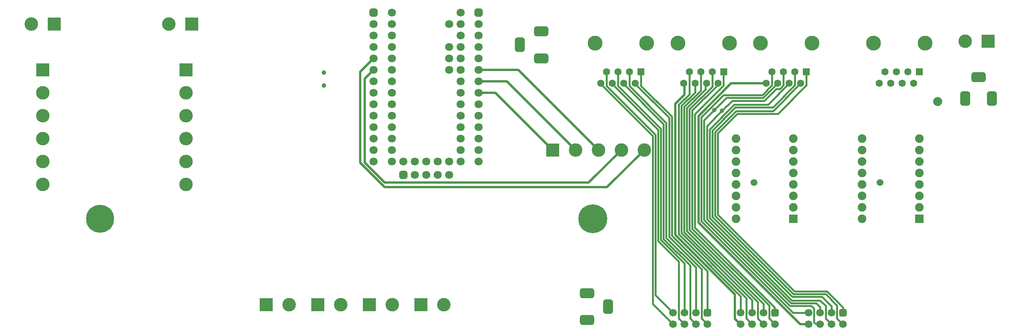
<source format=gbr>
%TF.GenerationSoftware,Altium Limited,Altium Designer,25.8.1 (18)*%
G04 Layer_Physical_Order=2*
G04 Layer_Color=36540*
%FSLAX45Y45*%
%MOMM*%
%TF.SameCoordinates,54162AFE-A5A8-4166-B9B9-F60AE772EB98*%
%TF.FilePolarity,Positive*%
%TF.FileFunction,Copper,L2,Inr,Signal*%
%TF.Part,Single*%
G01*
G75*
%TA.AperFunction,Conductor*%
%ADD11C,0.50000*%
%TA.AperFunction,ComponentPad*%
%ADD14C,1.80000*%
G04:AMPARAMS|DCode=15|XSize=1.8mm|YSize=1.8mm|CornerRadius=0.45mm|HoleSize=0mm|Usage=FLASHONLY|Rotation=0.000|XOffset=0mm|YOffset=0mm|HoleType=Round|Shape=RoundedRectangle|*
%AMROUNDEDRECTD15*
21,1,1.80000,0.90000,0,0,0.0*
21,1,0.90000,1.80000,0,0,0.0*
1,1,0.90000,0.45000,-0.45000*
1,1,0.90000,-0.45000,-0.45000*
1,1,0.90000,-0.45000,0.45000*
1,1,0.90000,0.45000,0.45000*
%
%ADD15ROUNDEDRECTD15*%
%ADD16C,3.30000*%
%ADD17R,1.60000X1.60000*%
%ADD18C,1.60000*%
G04:AMPARAMS|DCode=19|XSize=1.7mm|YSize=1.7mm|CornerRadius=0.425mm|HoleSize=0mm|Usage=FLASHONLY|Rotation=270.000|XOffset=0mm|YOffset=0mm|HoleType=Round|Shape=RoundedRectangle|*
%AMROUNDEDRECTD19*
21,1,1.70000,0.85000,0,0,270.0*
21,1,0.85000,1.70000,0,0,270.0*
1,1,0.85000,-0.42500,-0.42500*
1,1,0.85000,-0.42500,0.42500*
1,1,0.85000,0.42500,0.42500*
1,1,0.85000,0.42500,-0.42500*
%
%ADD19ROUNDEDRECTD19*%
%ADD20C,1.70000*%
G04:AMPARAMS|DCode=21|XSize=1.8mm|YSize=1.8mm|CornerRadius=0.45mm|HoleSize=0mm|Usage=FLASHONLY|Rotation=90.000|XOffset=0mm|YOffset=0mm|HoleType=Round|Shape=RoundedRectangle|*
%AMROUNDEDRECTD21*
21,1,1.80000,0.90000,0,0,90.0*
21,1,0.90000,1.80000,0,0,90.0*
1,1,0.90000,0.45000,0.45000*
1,1,0.90000,0.45000,-0.45000*
1,1,0.90000,-0.45000,-0.45000*
1,1,0.90000,-0.45000,0.45000*
%
%ADD21ROUNDEDRECTD21*%
G04:AMPARAMS|DCode=22|XSize=3.2mm|YSize=2.2mm|CornerRadius=0.55mm|HoleSize=0mm|Usage=FLASHONLY|Rotation=270.000|XOffset=0mm|YOffset=0mm|HoleType=Round|Shape=RoundedRectangle|*
%AMROUNDEDRECTD22*
21,1,3.20000,1.10000,0,0,270.0*
21,1,2.10000,2.20000,0,0,270.0*
1,1,1.10000,-0.55000,-1.05000*
1,1,1.10000,-0.55000,1.05000*
1,1,1.10000,0.55000,1.05000*
1,1,1.10000,0.55000,-1.05000*
%
%ADD22ROUNDEDRECTD22*%
G04:AMPARAMS|DCode=23|XSize=3.2mm|YSize=2.2mm|CornerRadius=0.55mm|HoleSize=0mm|Usage=FLASHONLY|Rotation=180.000|XOffset=0mm|YOffset=0mm|HoleType=Round|Shape=RoundedRectangle|*
%AMROUNDEDRECTD23*
21,1,3.20000,1.10000,0,0,180.0*
21,1,2.10000,2.20000,0,0,180.0*
1,1,1.10000,-1.05000,0.55000*
1,1,1.10000,1.05000,0.55000*
1,1,1.10000,1.05000,-0.55000*
1,1,1.10000,-1.05000,-0.55000*
%
%ADD23ROUNDEDRECTD23*%
%ADD24R,3.00000X3.00000*%
%ADD25C,3.00000*%
%ADD26R,3.00000X3.00000*%
%ADD27R,1.90000X1.90000*%
%ADD28C,1.90000*%
%TA.AperFunction,ViaPad*%
%ADD29C,1.00000*%
%ADD30C,1.50000*%
%ADD31C,2.00000*%
%ADD32C,6.40000*%
%ADD33C,6.20000*%
%TA.AperFunction,Conductor*%
%ADD34C,0.40000*%
D11*
X15300000Y7579203D02*
X16020798Y8300000D01*
X15300000Y5216462D02*
Y7579203D01*
Y5216462D02*
X17555463Y2961000D01*
X16020798Y8300000D02*
X16804601D01*
X17555463Y2961000D02*
X17738000D01*
X14787994Y4938467D02*
Y7844046D01*
X16108000Y3080406D02*
Y3618461D01*
X14787994Y4938467D02*
X16108000Y3618461D01*
X14969600Y8300000D02*
X14990506Y8279094D01*
X16227406Y2961000D02*
X16238000D01*
X14990506Y8046557D02*
Y8279094D01*
X16108000Y3080406D02*
X16227406Y2961000D01*
X14787994Y7844046D02*
X14990506Y8046557D01*
X11303090Y8603000D02*
X13081090Y6825000D01*
X11049090Y8349000D02*
X12573090Y6825000D01*
X10796190Y8093900D02*
X12065090Y6825000D01*
X10425100Y8093900D02*
X10796190D01*
X10424000Y8603000D02*
X11303090D01*
X10424000Y8095000D02*
X10425100Y8093900D01*
X10424000Y8349000D02*
X11049090D01*
X7800000Y6543505D02*
X8343505Y6000000D01*
X13272090D01*
X14097090Y6825000D01*
X8342500Y6100000D02*
X12864090D01*
X13589090Y6825000D01*
X7900000Y6542500D02*
X8342500Y6100000D01*
X7800000Y8557000D02*
X8100000Y8857000D01*
X7800000Y6543505D02*
Y8557000D01*
X7900000Y8403000D02*
X8100000Y8603000D01*
X7900000Y6542500D02*
Y8403000D01*
D14*
X10424000Y9111000D02*
D03*
Y9365000D02*
D03*
Y9619000D02*
D03*
Y8095000D02*
D03*
Y8349000D02*
D03*
Y8603000D02*
D03*
Y8857000D02*
D03*
Y7079000D02*
D03*
Y7333000D02*
D03*
Y7587000D02*
D03*
Y7841000D02*
D03*
Y6571000D02*
D03*
Y6825000D02*
D03*
X8100000D02*
D03*
Y6571000D02*
D03*
Y7841000D02*
D03*
Y7587000D02*
D03*
Y7333000D02*
D03*
Y7079000D02*
D03*
Y8857000D02*
D03*
Y8603000D02*
D03*
Y8349000D02*
D03*
Y8095000D02*
D03*
Y9619000D02*
D03*
Y9365000D02*
D03*
Y9111000D02*
D03*
X9770000Y6271000D02*
D03*
X9008000D02*
D03*
X9262000D02*
D03*
X9516000D02*
D03*
X8500000Y9873000D02*
D03*
Y9619000D02*
D03*
Y9365000D02*
D03*
Y9111000D02*
D03*
Y8857000D02*
D03*
Y8603000D02*
D03*
Y8349000D02*
D03*
Y8095000D02*
D03*
Y7841000D02*
D03*
Y7587000D02*
D03*
Y7333000D02*
D03*
Y7079000D02*
D03*
Y6825000D02*
D03*
Y6571000D02*
D03*
X8754000D02*
D03*
X9008000D02*
D03*
X9262000D02*
D03*
X9516000D02*
D03*
X9770000D02*
D03*
X10024000D02*
D03*
Y6825000D02*
D03*
Y7079000D02*
D03*
Y7333000D02*
D03*
Y7587000D02*
D03*
Y7841000D02*
D03*
Y8095000D02*
D03*
Y8349000D02*
D03*
Y8603000D02*
D03*
Y8857000D02*
D03*
Y9111000D02*
D03*
Y9365000D02*
D03*
Y9619000D02*
D03*
Y9873000D02*
D03*
X9770000Y9619000D02*
D03*
Y9111000D02*
D03*
Y8857000D02*
D03*
Y8603000D02*
D03*
D15*
X10424000Y9873000D02*
D03*
X8100000D02*
D03*
D16*
X15985600Y9189000D02*
D03*
X14842599D02*
D03*
X16677600Y9189000D02*
D03*
X17820599D02*
D03*
X13007600D02*
D03*
X14150600D02*
D03*
X19177600Y9189000D02*
D03*
X20320599D02*
D03*
D17*
X15858600Y8554000D02*
D03*
X17693600Y8554000D02*
D03*
X14023599D02*
D03*
X20193600Y8554000D02*
D03*
D18*
X15604601D02*
D03*
X15350600D02*
D03*
X15096600D02*
D03*
X15731599Y8300000D02*
D03*
X15477600D02*
D03*
X15223599D02*
D03*
X14969600D02*
D03*
X16804601Y8300000D02*
D03*
X17058600D02*
D03*
X17312601D02*
D03*
X17566600D02*
D03*
X16931599Y8554000D02*
D03*
X17185600D02*
D03*
X17439600D02*
D03*
X13134599Y8300000D02*
D03*
X13388600D02*
D03*
X13642599D02*
D03*
X13896600D02*
D03*
X13261600Y8554000D02*
D03*
X13515601D02*
D03*
X13769600D02*
D03*
X19304601Y8300000D02*
D03*
X19558600D02*
D03*
X19812601D02*
D03*
X20066600D02*
D03*
X19431599Y8554000D02*
D03*
X19685600D02*
D03*
X19939600D02*
D03*
D19*
X18500000Y3215000D02*
D03*
X17000000D02*
D03*
X15500000D02*
D03*
D20*
X18246001D02*
D03*
X18500000Y2961000D02*
D03*
X18246001D02*
D03*
X17992000Y3215000D02*
D03*
Y2961000D02*
D03*
X17738000Y3215000D02*
D03*
Y2961000D02*
D03*
X16238000D02*
D03*
Y3215000D02*
D03*
X16492000Y2961000D02*
D03*
Y3215000D02*
D03*
X16746001Y2961000D02*
D03*
X17000000D02*
D03*
X16746001Y3215000D02*
D03*
X14738000Y2961000D02*
D03*
Y3215000D02*
D03*
X14992000Y2961000D02*
D03*
Y3215000D02*
D03*
X15246001Y2961000D02*
D03*
X15500000D02*
D03*
X15246001Y3215000D02*
D03*
D21*
X8754000Y6271000D02*
D03*
D22*
X11341090Y9157000D02*
D03*
X21809090Y7968000D02*
D03*
X21209090D02*
D03*
X13297090Y3350000D02*
D03*
D23*
X11811090Y9457000D02*
D03*
Y8857000D02*
D03*
X21509090Y8438000D02*
D03*
X12827090Y3050000D02*
D03*
Y3650000D02*
D03*
D24*
X4064090Y9619000D02*
D03*
X1016000D02*
D03*
X21717090Y9238000D02*
D03*
X5715090Y3396000D02*
D03*
X9144090D02*
D03*
X8001090D02*
D03*
X6858090D02*
D03*
X12065090Y6825000D02*
D03*
D25*
X3556090Y9619000D02*
D03*
X508000D02*
D03*
X21209090Y9238000D02*
D03*
X6223090Y3396000D02*
D03*
X9652090D02*
D03*
X8509090D02*
D03*
X7366090D02*
D03*
X762090Y7079000D02*
D03*
Y7587000D02*
D03*
Y8095000D02*
D03*
Y6571000D02*
D03*
Y6063000D02*
D03*
X3937090Y7079000D02*
D03*
Y7587000D02*
D03*
Y8095000D02*
D03*
Y6571000D02*
D03*
Y6063000D02*
D03*
X13589090Y6825000D02*
D03*
X13081090D02*
D03*
X12573090D02*
D03*
X14097090D02*
D03*
D26*
X762090Y8603000D02*
D03*
X3937090D02*
D03*
D27*
X17399091Y5301000D02*
D03*
X20193089D02*
D03*
D28*
X17399091Y5555000D02*
D03*
Y5809000D02*
D03*
Y6063000D02*
D03*
Y6317000D02*
D03*
Y6571000D02*
D03*
Y6825000D02*
D03*
Y7079000D02*
D03*
X16129089Y5301000D02*
D03*
Y5555000D02*
D03*
Y5809000D02*
D03*
Y6063000D02*
D03*
Y6317000D02*
D03*
Y6571000D02*
D03*
Y6825000D02*
D03*
Y7079000D02*
D03*
X20193089Y5555000D02*
D03*
Y5809000D02*
D03*
Y6063000D02*
D03*
Y6317000D02*
D03*
Y6571000D02*
D03*
Y6825000D02*
D03*
Y7079000D02*
D03*
X18923090Y5301000D02*
D03*
Y5555000D02*
D03*
Y5809000D02*
D03*
Y6063000D02*
D03*
Y6317000D02*
D03*
Y6571000D02*
D03*
Y6825000D02*
D03*
Y7079000D02*
D03*
D29*
X15650000Y7710000D02*
D03*
X15822501Y7692500D02*
D03*
X7000000Y8250000D02*
D03*
Y8538376D02*
D03*
D30*
X16529100Y6100000D02*
D03*
X19323100D02*
D03*
D31*
X20600000Y7900000D02*
D03*
D32*
X12954100Y5301000D02*
D03*
D33*
X2032100D02*
D03*
D34*
X15822501Y7692500D02*
X16047501Y7917500D01*
X15485001Y7355000D02*
X15822501Y7692500D01*
X17405148Y3627500D02*
X17526819D01*
X17380295Y3567500D02*
X17501965D01*
X15604999Y5342796D02*
Y5464467D01*
X15664999Y5367649D02*
X17405148Y3627500D01*
X15545000Y5317943D02*
Y7282500D01*
X15425000Y5268238D02*
X17323238Y3370000D01*
X15425000Y5268238D02*
Y7485000D01*
X15545000Y7282500D02*
X16093823Y7831324D01*
X15364999Y7552279D02*
X15851532Y8038811D01*
X15545000Y5317943D02*
X17372943Y3490000D01*
X16844482Y7831324D02*
X17312601Y8299442D01*
X15664999Y5367649D02*
Y5489320D01*
X17348090Y3430000D02*
X17907500D01*
X17393385Y3215000D02*
X17738000D01*
X15724998Y5392501D02*
Y7195147D01*
X16713116Y8038811D02*
X16931599Y8257295D01*
X15724998Y5392501D02*
X17430000Y3687500D01*
X18150000D01*
X17372943Y3490000D02*
X17995000D01*
X16093823Y7831324D02*
X16844482D01*
X16931599Y8257295D02*
Y8554000D01*
X15364999Y5243385D02*
Y7552279D01*
Y5243385D02*
X17393385Y3215000D01*
X15485001Y5293091D02*
Y7355000D01*
X17323238Y3370000D02*
X17802499D01*
X15485001Y5293091D02*
X17348090Y3430000D01*
X15604999Y5342796D02*
X17380295Y3567500D01*
X15851532Y8038811D02*
X16713116D01*
X17501965Y3567500D02*
X18034999D01*
X17526819Y3627500D02*
X18122501D01*
X15604999Y5464467D02*
Y7257647D01*
X15664999Y5489320D02*
Y7219999D01*
X16238000Y3215000D02*
Y3580385D01*
X14862502Y4955884D02*
X16238000Y3580385D01*
X14922501Y4980737D02*
X16363000Y3540237D01*
Y3090000D02*
Y3540237D01*
X16492000Y3215000D02*
Y3496090D01*
X14982501Y5005589D02*
X16492000Y3496090D01*
X16617000Y3090000D02*
Y3455942D01*
X15042500Y5030442D02*
X16617000Y3455942D01*
X14863530Y3089470D02*
Y4346745D01*
X14407091Y4803185D02*
X14863530Y4346745D01*
X15371001Y3090000D02*
Y4178685D01*
X14922501Y4980737D02*
Y7801776D01*
X14407091Y4803185D02*
Y7270558D01*
X14527089Y4852891D02*
Y7401369D01*
X15117000Y3090000D02*
Y4262980D01*
X14707089Y4927449D02*
X15500000Y4134538D01*
X14587090Y4877743D02*
X15246001Y4218833D01*
X14982501Y5005589D02*
Y7776923D01*
X15042500Y5030442D02*
Y7752071D01*
X14647089Y4902596D02*
Y7538059D01*
X15246001Y3215000D02*
Y4218833D01*
X14707089Y4927449D02*
Y7562911D01*
X14992000Y3154554D02*
Y4303128D01*
X14862502Y4955884D02*
Y7826628D01*
X15102499Y5055294D02*
Y7727218D01*
X14647089Y4902596D02*
X15371001Y4178685D01*
X15222501Y5105000D02*
X16990932Y3336568D01*
X15500000Y3215000D02*
Y4134538D01*
X14467088Y4828038D02*
X14992000Y4303128D01*
X15162500Y5080147D02*
X16871001Y3371647D01*
X15102499Y5055294D02*
X16746001Y3411795D01*
X15162500Y5080147D02*
Y7702365D01*
X15222501Y5105000D02*
Y7621195D01*
X14587090Y4877743D02*
Y7426221D01*
X14527089Y4852891D02*
X15117000Y4262980D01*
X14467088Y4828038D02*
Y7295411D01*
X16990932Y3224068D02*
X17000000Y3215000D01*
X16990932Y3224068D02*
Y3336568D01*
X16871001Y3090000D02*
Y3371647D01*
X16746001Y3215000D02*
Y3411795D01*
X15664999Y7219999D02*
X16130000Y7685000D01*
X15425000Y7485000D02*
X15650000Y7710000D01*
X15604999Y7257647D02*
X16118677Y7771324D01*
X15724998Y7195147D02*
X16154852Y7625000D01*
X15222501Y7621195D02*
X15851601Y8250294D01*
X14982501Y7776923D02*
X15350600Y8145023D01*
X15102499Y7727218D02*
X15604601Y8229318D01*
X15042500Y7752071D02*
X15454639Y8164209D01*
X14862502Y7826628D02*
X15096600Y8060728D01*
X14922501Y7801776D02*
X15223599Y8102875D01*
X15162500Y7702365D02*
X15731599Y8271465D01*
X15604601Y8229318D02*
Y8554000D01*
X15731599Y8271465D02*
Y8300000D01*
X15223599Y8102875D02*
Y8300000D01*
X15096600Y8060728D02*
Y8554000D01*
X15454639Y8164209D02*
Y8277039D01*
X15350600Y8145023D02*
Y8554000D01*
X14863530Y3089470D02*
X14992000Y2961000D01*
X14287090Y3411910D02*
Y7135558D01*
X13896600Y8288548D02*
X14647089Y7538059D01*
X13642599Y8285858D02*
X14527089Y7401369D01*
X13261600Y8245900D02*
X14347090Y7160410D01*
X13769600Y8243710D02*
X14587090Y7426221D01*
X13515601Y8246900D02*
X14467088Y7295411D01*
X14347090Y3605910D02*
Y7160410D01*
X14023599Y8246400D02*
X14707089Y7562911D01*
X13134599Y8288047D02*
X14287090Y7135558D01*
X13388600Y8289048D02*
X14407091Y7270558D01*
X15454639Y8277039D02*
X15477600Y8300000D01*
X14347090Y3605910D02*
X14738000Y3215000D01*
X14287090Y3411910D02*
X14738000Y2961000D01*
X15851601Y8250294D02*
Y8547000D01*
X15660001Y7720000D02*
X15918811Y7978811D01*
X16737968D01*
X15660001Y7710000D02*
Y7720000D01*
X17802499Y3370000D02*
X17863000Y3309500D01*
Y3003924D02*
Y3309500D01*
X17992000Y3215000D02*
Y3345500D01*
X17907500Y3430000D02*
X17992000Y3345500D01*
X18034999Y3567500D02*
X18246001Y3356500D01*
Y3215000D02*
Y3356500D01*
X18120000Y3087000D02*
Y3365000D01*
X17995000Y3490000D02*
X18120000Y3365000D01*
X18371001Y3090000D02*
Y3379000D01*
X18122501Y3627500D02*
X18371001Y3379000D01*
X18500000Y3215000D02*
Y3337500D01*
X18150000Y3687500D02*
X18500000Y3337500D01*
X17061307Y7625000D02*
X17693600Y8257295D01*
X16154852Y7625000D02*
X17061307D01*
X17693600Y8257295D02*
Y8554000D01*
X17566600Y8299442D02*
Y8300000D01*
X16952158Y7685000D02*
X17566600Y8299442D01*
X16130000Y7685000D02*
X16952158D01*
X17439600Y8257295D02*
Y8554000D01*
X16953629Y7771324D02*
X17439600Y8257295D01*
X16118677Y7771324D02*
X16953629D01*
X17185600Y8257295D02*
Y8554000D01*
X16047501Y7917500D02*
X16761511D01*
X17024011Y8180000D02*
X17108305D01*
X16761511Y7917500D02*
X17024011Y8180000D01*
X17108305D02*
X17185600Y8257295D01*
X16737968Y7978811D02*
X17058600Y8299442D01*
X17312601D02*
Y8300000D01*
X17886432Y2980492D02*
X17972508D01*
X17992000Y2961000D01*
X17863000Y3003924D02*
X17886432Y2980492D01*
X17058600Y8299442D02*
Y8300000D01*
X16871001Y3090000D02*
X17000000Y2961000D01*
X15851601Y8547000D02*
X15858600Y8554000D01*
X18371001Y3090000D02*
X18500000Y2961000D01*
X18120000Y3087000D02*
X18246001Y2961000D01*
X15371001Y3090000D02*
X15500000Y2961000D01*
X13388600Y8289048D02*
Y8300000D01*
X13134599Y8288047D02*
Y8300000D01*
X13642599Y8285858D02*
Y8300000D01*
X13896600Y8288548D02*
Y8300000D01*
X16363000Y3090000D02*
X16492000Y2961000D01*
X16617000Y3090000D02*
X16746001Y2961000D01*
X13261600Y8245900D02*
Y8554000D01*
X13515601Y8246900D02*
Y8554000D01*
X13769600Y8243710D02*
Y8554000D01*
X14023599Y8246400D02*
Y8554000D01*
X15117000Y3090000D02*
X15246001Y2961000D01*
%TF.MD5,6820d11e7dda31a72e21d4d7d8f40348*%
M02*

</source>
